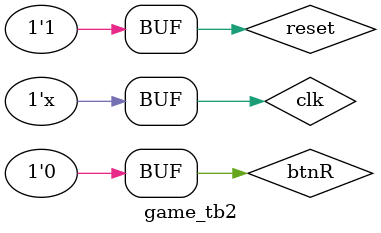
<source format=v>
`timescale 1ns / 1ps


module game_tb2(
    );
    
    reg btnL;
    reg btnR;
    reg clk;
    reg reset;
   
    wire [1:0] out;
    
    game uut(
    .btnL(btnL),
    .btnR(btnR),
    .clk(clk),
    .reset(reset),
    .out(out)
    );
    
    
    initial begin
        clk = 0;
        reset = 1;
        #30 btnR = 1;
        #20 btnR = 0;
                            //score 0/15 
        #20 btnR = 1;
        #20 btnR = 0;
                            //score 0/30
        #20 btnR = 1;
        #20 btnR = 0;
                            //score 0/40
        #20 btnR = 1;
         #20 btnR = 0;
                            //score Player 2 Wins
        
    end     
    
    always
        #20 clk = ~clk;
endmodule

</source>
